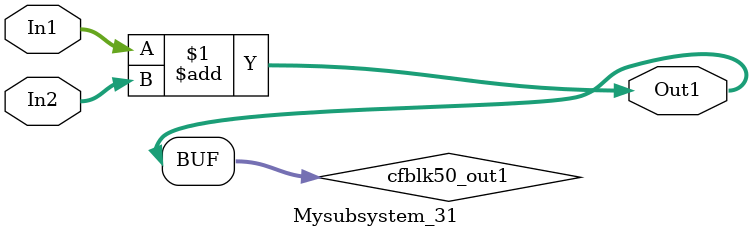
<source format=v>



`timescale 1 ns / 1 ns

module Mysubsystem_31
          (In1,
           In2,
           Out1);


  input   [7:0] In1;  // uint8
  input   [7:0] In2;  // uint8
  output  [7:0] Out1;  // uint8


  wire [7:0] cfblk50_out1;  // uint8


  assign cfblk50_out1 = In1 + In2;



  assign Out1 = cfblk50_out1;

endmodule  // Mysubsystem_31


</source>
